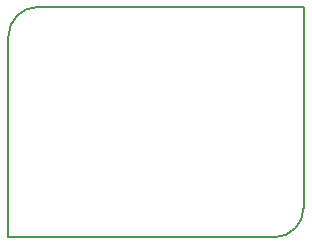
<source format=gko>
G04*
G04 #@! TF.GenerationSoftware,Altium Limited,Altium Designer,19.0.12 (326)*
G04*
G04 Layer_Color=16711935*
%FSLAX25Y25*%
%MOIN*%
G70*
G01*
G75*
%ADD32C,0.00600*%
D32*
X49213Y116142D02*
G03*
X39370Y106299I0J-9843D01*
G01*
X127953Y39370D02*
G03*
X137795Y49213I0J9843D01*
G01*
Y116142D01*
X49213D02*
X137795D01*
X39370Y39370D02*
X127953D01*
X39370D02*
Y106299D01*
M02*

</source>
